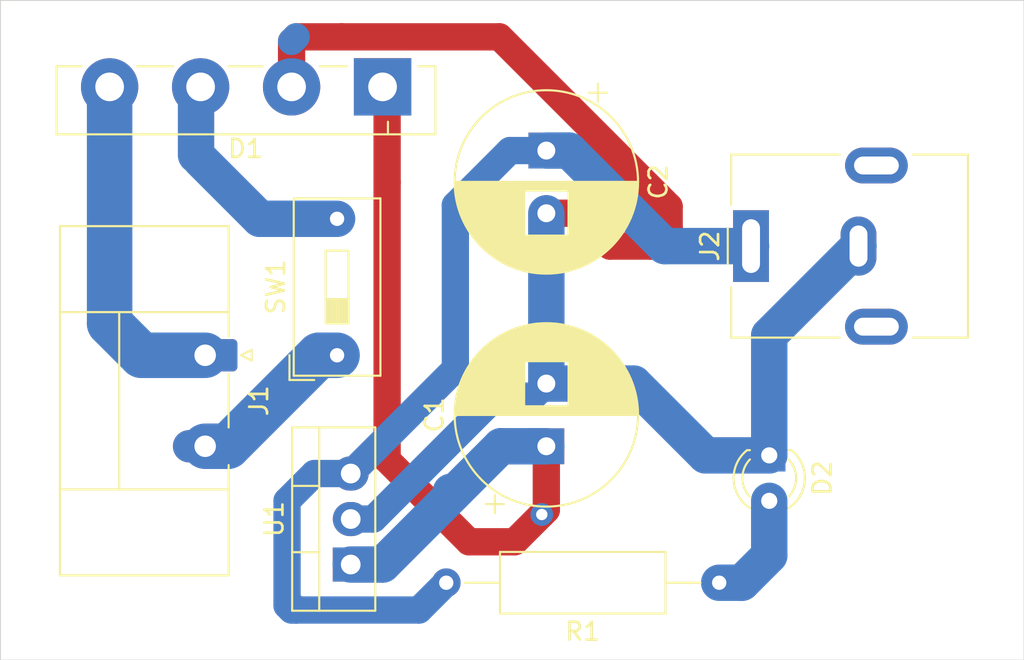
<source format=kicad_pcb>
(kicad_pcb (version 20171130) (host pcbnew "(5.1.10)-1")

  (general
    (thickness 1.6)
    (drawings 4)
    (tracks 61)
    (zones 0)
    (modules 9)
    (nets 8)
  )

  (page A4)
  (title_block
    (title "Power Supply Layout")
    (date 2021-10-24)
    (rev V1)
  )

  (layers
    (0 F.Cu signal)
    (31 B.Cu signal)
    (32 B.Adhes user)
    (33 F.Adhes user)
    (34 B.Paste user)
    (35 F.Paste user)
    (36 B.SilkS user)
    (37 F.SilkS user)
    (38 B.Mask user)
    (39 F.Mask user)
    (40 Dwgs.User user)
    (41 Cmts.User user)
    (42 Eco1.User user)
    (43 Eco2.User user)
    (44 Edge.Cuts user)
    (45 Margin user)
    (46 B.CrtYd user)
    (47 F.CrtYd user)
    (48 B.Fab user)
    (49 F.Fab user)
  )

  (setup
    (last_trace_width 1.524)
    (user_trace_width 1.524)
    (user_trace_width 2.032)
    (user_trace_width 2.54)
    (trace_clearance 0.2)
    (zone_clearance 0.508)
    (zone_45_only no)
    (trace_min 0.2)
    (via_size 0.8)
    (via_drill 0.4)
    (via_min_size 0.4)
    (via_min_drill 0.3)
    (user_via 1.27 0.635)
    (uvia_size 0.3)
    (uvia_drill 0.1)
    (uvias_allowed no)
    (uvia_min_size 0.2)
    (uvia_min_drill 0.1)
    (edge_width 0.05)
    (segment_width 0.2)
    (pcb_text_width 0.3)
    (pcb_text_size 1.5 1.5)
    (mod_edge_width 0.12)
    (mod_text_size 1 1)
    (mod_text_width 0.15)
    (pad_size 1.524 1.524)
    (pad_drill 0.762)
    (pad_to_mask_clearance 0)
    (aux_axis_origin 0 0)
    (visible_elements FFFFFF7F)
    (pcbplotparams
      (layerselection 0x010fc_ffffffff)
      (usegerberextensions false)
      (usegerberattributes true)
      (usegerberadvancedattributes true)
      (creategerberjobfile true)
      (excludeedgelayer true)
      (linewidth 0.100000)
      (plotframeref false)
      (viasonmask false)
      (mode 1)
      (useauxorigin false)
      (hpglpennumber 1)
      (hpglpenspeed 20)
      (hpglpendiameter 15.000000)
      (psnegative false)
      (psa4output false)
      (plotreference true)
      (plotvalue true)
      (plotinvisibletext false)
      (padsonsilk false)
      (subtractmaskfromsilk false)
      (outputformat 1)
      (mirror false)
      (drillshape 1)
      (scaleselection 1)
      (outputdirectory ""))
  )

  (net 0 "")
  (net 1 "Net-(C1-Pad1)")
  (net 2 GND)
  (net 3 "Net-(C2-Pad1)")
  (net 4 "Net-(D1-Pad4)")
  (net 5 "Net-(D1-Pad3)")
  (net 6 "Net-(D2-Pad2)")
  (net 7 "Net-(J1-Pad2)")

  (net_class Default "This is the default net class."
    (clearance 0.2)
    (trace_width 0.25)
    (via_dia 0.8)
    (via_drill 0.4)
    (uvia_dia 0.3)
    (uvia_drill 0.1)
    (add_net GND)
    (add_net "Net-(C1-Pad1)")
    (add_net "Net-(C2-Pad1)")
    (add_net "Net-(D1-Pad3)")
    (add_net "Net-(D1-Pad4)")
    (add_net "Net-(D2-Pad2)")
    (add_net "Net-(J1-Pad2)")
  )

  (module Capacitor_THT:CP_Radial_D10.0mm_P3.50mm (layer F.Cu) (tedit 5AE50EF0) (tstamp 6174A25D)
    (at 151.13 118.872 90)
    (descr "CP, Radial series, Radial, pin pitch=3.50mm, , diameter=10mm, Electrolytic Capacitor")
    (tags "CP Radial series Radial pin pitch 3.50mm  diameter 10mm Electrolytic Capacitor")
    (path /6174430C)
    (fp_text reference C1 (at 1.75 -6.25 90) (layer F.SilkS)
      (effects (font (size 1 1) (thickness 0.15)))
    )
    (fp_text value 1000uf/25v (at 1.75 6.25 90) (layer F.Fab)
      (effects (font (size 1 1) (thickness 0.15)))
    )
    (fp_line (start -3.229646 -3.375) (end -3.229646 -2.375) (layer F.SilkS) (width 0.12))
    (fp_line (start -3.729646 -2.875) (end -2.729646 -2.875) (layer F.SilkS) (width 0.12))
    (fp_line (start 6.831 -0.599) (end 6.831 0.599) (layer F.SilkS) (width 0.12))
    (fp_line (start 6.791 -0.862) (end 6.791 0.862) (layer F.SilkS) (width 0.12))
    (fp_line (start 6.751 -1.062) (end 6.751 1.062) (layer F.SilkS) (width 0.12))
    (fp_line (start 6.711 -1.23) (end 6.711 1.23) (layer F.SilkS) (width 0.12))
    (fp_line (start 6.671 -1.378) (end 6.671 1.378) (layer F.SilkS) (width 0.12))
    (fp_line (start 6.631 -1.51) (end 6.631 1.51) (layer F.SilkS) (width 0.12))
    (fp_line (start 6.591 -1.63) (end 6.591 1.63) (layer F.SilkS) (width 0.12))
    (fp_line (start 6.551 -1.742) (end 6.551 1.742) (layer F.SilkS) (width 0.12))
    (fp_line (start 6.511 -1.846) (end 6.511 1.846) (layer F.SilkS) (width 0.12))
    (fp_line (start 6.471 -1.944) (end 6.471 1.944) (layer F.SilkS) (width 0.12))
    (fp_line (start 6.431 -2.037) (end 6.431 2.037) (layer F.SilkS) (width 0.12))
    (fp_line (start 6.391 -2.125) (end 6.391 2.125) (layer F.SilkS) (width 0.12))
    (fp_line (start 6.351 -2.209) (end 6.351 2.209) (layer F.SilkS) (width 0.12))
    (fp_line (start 6.311 -2.289) (end 6.311 2.289) (layer F.SilkS) (width 0.12))
    (fp_line (start 6.271 -2.365) (end 6.271 2.365) (layer F.SilkS) (width 0.12))
    (fp_line (start 6.231 -2.439) (end 6.231 2.439) (layer F.SilkS) (width 0.12))
    (fp_line (start 6.191 -2.51) (end 6.191 2.51) (layer F.SilkS) (width 0.12))
    (fp_line (start 6.151 -2.579) (end 6.151 2.579) (layer F.SilkS) (width 0.12))
    (fp_line (start 6.111 -2.645) (end 6.111 2.645) (layer F.SilkS) (width 0.12))
    (fp_line (start 6.071 -2.709) (end 6.071 2.709) (layer F.SilkS) (width 0.12))
    (fp_line (start 6.031 -2.77) (end 6.031 2.77) (layer F.SilkS) (width 0.12))
    (fp_line (start 5.991 -2.83) (end 5.991 2.83) (layer F.SilkS) (width 0.12))
    (fp_line (start 5.951 -2.889) (end 5.951 2.889) (layer F.SilkS) (width 0.12))
    (fp_line (start 5.911 -2.945) (end 5.911 2.945) (layer F.SilkS) (width 0.12))
    (fp_line (start 5.871 -3) (end 5.871 3) (layer F.SilkS) (width 0.12))
    (fp_line (start 5.831 -3.054) (end 5.831 3.054) (layer F.SilkS) (width 0.12))
    (fp_line (start 5.791 -3.106) (end 5.791 3.106) (layer F.SilkS) (width 0.12))
    (fp_line (start 5.751 -3.156) (end 5.751 3.156) (layer F.SilkS) (width 0.12))
    (fp_line (start 5.711 -3.206) (end 5.711 3.206) (layer F.SilkS) (width 0.12))
    (fp_line (start 5.671 -3.254) (end 5.671 3.254) (layer F.SilkS) (width 0.12))
    (fp_line (start 5.631 -3.301) (end 5.631 3.301) (layer F.SilkS) (width 0.12))
    (fp_line (start 5.591 -3.347) (end 5.591 3.347) (layer F.SilkS) (width 0.12))
    (fp_line (start 5.551 -3.392) (end 5.551 3.392) (layer F.SilkS) (width 0.12))
    (fp_line (start 5.511 -3.436) (end 5.511 3.436) (layer F.SilkS) (width 0.12))
    (fp_line (start 5.471 -3.478) (end 5.471 3.478) (layer F.SilkS) (width 0.12))
    (fp_line (start 5.431 -3.52) (end 5.431 3.52) (layer F.SilkS) (width 0.12))
    (fp_line (start 5.391 -3.561) (end 5.391 3.561) (layer F.SilkS) (width 0.12))
    (fp_line (start 5.351 -3.601) (end 5.351 3.601) (layer F.SilkS) (width 0.12))
    (fp_line (start 5.311 -3.64) (end 5.311 3.64) (layer F.SilkS) (width 0.12))
    (fp_line (start 5.271 -3.679) (end 5.271 3.679) (layer F.SilkS) (width 0.12))
    (fp_line (start 5.231 -3.716) (end 5.231 3.716) (layer F.SilkS) (width 0.12))
    (fp_line (start 5.191 -3.753) (end 5.191 3.753) (layer F.SilkS) (width 0.12))
    (fp_line (start 5.151 -3.789) (end 5.151 3.789) (layer F.SilkS) (width 0.12))
    (fp_line (start 5.111 -3.824) (end 5.111 3.824) (layer F.SilkS) (width 0.12))
    (fp_line (start 5.071 -3.858) (end 5.071 3.858) (layer F.SilkS) (width 0.12))
    (fp_line (start 5.031 -3.892) (end 5.031 3.892) (layer F.SilkS) (width 0.12))
    (fp_line (start 4.991 -3.925) (end 4.991 3.925) (layer F.SilkS) (width 0.12))
    (fp_line (start 4.951 -3.957) (end 4.951 3.957) (layer F.SilkS) (width 0.12))
    (fp_line (start 4.911 -3.989) (end 4.911 3.989) (layer F.SilkS) (width 0.12))
    (fp_line (start 4.871 -4.02) (end 4.871 4.02) (layer F.SilkS) (width 0.12))
    (fp_line (start 4.831 -4.05) (end 4.831 4.05) (layer F.SilkS) (width 0.12))
    (fp_line (start 4.791 -4.08) (end 4.791 4.08) (layer F.SilkS) (width 0.12))
    (fp_line (start 4.751 -4.11) (end 4.751 4.11) (layer F.SilkS) (width 0.12))
    (fp_line (start 4.711 1.241) (end 4.711 4.138) (layer F.SilkS) (width 0.12))
    (fp_line (start 4.711 -4.138) (end 4.711 -1.241) (layer F.SilkS) (width 0.12))
    (fp_line (start 4.671 1.241) (end 4.671 4.166) (layer F.SilkS) (width 0.12))
    (fp_line (start 4.671 -4.166) (end 4.671 -1.241) (layer F.SilkS) (width 0.12))
    (fp_line (start 4.631 1.241) (end 4.631 4.194) (layer F.SilkS) (width 0.12))
    (fp_line (start 4.631 -4.194) (end 4.631 -1.241) (layer F.SilkS) (width 0.12))
    (fp_line (start 4.591 1.241) (end 4.591 4.221) (layer F.SilkS) (width 0.12))
    (fp_line (start 4.591 -4.221) (end 4.591 -1.241) (layer F.SilkS) (width 0.12))
    (fp_line (start 4.551 1.241) (end 4.551 4.247) (layer F.SilkS) (width 0.12))
    (fp_line (start 4.551 -4.247) (end 4.551 -1.241) (layer F.SilkS) (width 0.12))
    (fp_line (start 4.511 1.241) (end 4.511 4.273) (layer F.SilkS) (width 0.12))
    (fp_line (start 4.511 -4.273) (end 4.511 -1.241) (layer F.SilkS) (width 0.12))
    (fp_line (start 4.471 1.241) (end 4.471 4.298) (layer F.SilkS) (width 0.12))
    (fp_line (start 4.471 -4.298) (end 4.471 -1.241) (layer F.SilkS) (width 0.12))
    (fp_line (start 4.431 1.241) (end 4.431 4.323) (layer F.SilkS) (width 0.12))
    (fp_line (start 4.431 -4.323) (end 4.431 -1.241) (layer F.SilkS) (width 0.12))
    (fp_line (start 4.391 1.241) (end 4.391 4.347) (layer F.SilkS) (width 0.12))
    (fp_line (start 4.391 -4.347) (end 4.391 -1.241) (layer F.SilkS) (width 0.12))
    (fp_line (start 4.351 1.241) (end 4.351 4.371) (layer F.SilkS) (width 0.12))
    (fp_line (start 4.351 -4.371) (end 4.351 -1.241) (layer F.SilkS) (width 0.12))
    (fp_line (start 4.311 1.241) (end 4.311 4.395) (layer F.SilkS) (width 0.12))
    (fp_line (start 4.311 -4.395) (end 4.311 -1.241) (layer F.SilkS) (width 0.12))
    (fp_line (start 4.271 1.241) (end 4.271 4.417) (layer F.SilkS) (width 0.12))
    (fp_line (start 4.271 -4.417) (end 4.271 -1.241) (layer F.SilkS) (width 0.12))
    (fp_line (start 4.231 1.241) (end 4.231 4.44) (layer F.SilkS) (width 0.12))
    (fp_line (start 4.231 -4.44) (end 4.231 -1.241) (layer F.SilkS) (width 0.12))
    (fp_line (start 4.191 1.241) (end 4.191 4.462) (layer F.SilkS) (width 0.12))
    (fp_line (start 4.191 -4.462) (end 4.191 -1.241) (layer F.SilkS) (width 0.12))
    (fp_line (start 4.151 1.241) (end 4.151 4.483) (layer F.SilkS) (width 0.12))
    (fp_line (start 4.151 -4.483) (end 4.151 -1.241) (layer F.SilkS) (width 0.12))
    (fp_line (start 4.111 1.241) (end 4.111 4.504) (layer F.SilkS) (width 0.12))
    (fp_line (start 4.111 -4.504) (end 4.111 -1.241) (layer F.SilkS) (width 0.12))
    (fp_line (start 4.071 1.241) (end 4.071 4.525) (layer F.SilkS) (width 0.12))
    (fp_line (start 4.071 -4.525) (end 4.071 -1.241) (layer F.SilkS) (width 0.12))
    (fp_line (start 4.031 1.241) (end 4.031 4.545) (layer F.SilkS) (width 0.12))
    (fp_line (start 4.031 -4.545) (end 4.031 -1.241) (layer F.SilkS) (width 0.12))
    (fp_line (start 3.991 1.241) (end 3.991 4.564) (layer F.SilkS) (width 0.12))
    (fp_line (start 3.991 -4.564) (end 3.991 -1.241) (layer F.SilkS) (width 0.12))
    (fp_line (start 3.951 1.241) (end 3.951 4.584) (layer F.SilkS) (width 0.12))
    (fp_line (start 3.951 -4.584) (end 3.951 -1.241) (layer F.SilkS) (width 0.12))
    (fp_line (start 3.911 1.241) (end 3.911 4.603) (layer F.SilkS) (width 0.12))
    (fp_line (start 3.911 -4.603) (end 3.911 -1.241) (layer F.SilkS) (width 0.12))
    (fp_line (start 3.871 1.241) (end 3.871 4.621) (layer F.SilkS) (width 0.12))
    (fp_line (start 3.871 -4.621) (end 3.871 -1.241) (layer F.SilkS) (width 0.12))
    (fp_line (start 3.831 1.241) (end 3.831 4.639) (layer F.SilkS) (width 0.12))
    (fp_line (start 3.831 -4.639) (end 3.831 -1.241) (layer F.SilkS) (width 0.12))
    (fp_line (start 3.791 1.241) (end 3.791 4.657) (layer F.SilkS) (width 0.12))
    (fp_line (start 3.791 -4.657) (end 3.791 -1.241) (layer F.SilkS) (width 0.12))
    (fp_line (start 3.751 1.241) (end 3.751 4.674) (layer F.SilkS) (width 0.12))
    (fp_line (start 3.751 -4.674) (end 3.751 -1.241) (layer F.SilkS) (width 0.12))
    (fp_line (start 3.711 1.241) (end 3.711 4.69) (layer F.SilkS) (width 0.12))
    (fp_line (start 3.711 -4.69) (end 3.711 -1.241) (layer F.SilkS) (width 0.12))
    (fp_line (start 3.671 1.241) (end 3.671 4.707) (layer F.SilkS) (width 0.12))
    (fp_line (start 3.671 -4.707) (end 3.671 -1.241) (layer F.SilkS) (width 0.12))
    (fp_line (start 3.631 1.241) (end 3.631 4.723) (layer F.SilkS) (width 0.12))
    (fp_line (start 3.631 -4.723) (end 3.631 -1.241) (layer F.SilkS) (width 0.12))
    (fp_line (start 3.591 1.241) (end 3.591 4.738) (layer F.SilkS) (width 0.12))
    (fp_line (start 3.591 -4.738) (end 3.591 -1.241) (layer F.SilkS) (width 0.12))
    (fp_line (start 3.551 1.241) (end 3.551 4.754) (layer F.SilkS) (width 0.12))
    (fp_line (start 3.551 -4.754) (end 3.551 -1.241) (layer F.SilkS) (width 0.12))
    (fp_line (start 3.511 1.241) (end 3.511 4.768) (layer F.SilkS) (width 0.12))
    (fp_line (start 3.511 -4.768) (end 3.511 -1.241) (layer F.SilkS) (width 0.12))
    (fp_line (start 3.471 1.241) (end 3.471 4.783) (layer F.SilkS) (width 0.12))
    (fp_line (start 3.471 -4.783) (end 3.471 -1.241) (layer F.SilkS) (width 0.12))
    (fp_line (start 3.431 1.241) (end 3.431 4.797) (layer F.SilkS) (width 0.12))
    (fp_line (start 3.431 -4.797) (end 3.431 -1.241) (layer F.SilkS) (width 0.12))
    (fp_line (start 3.391 1.241) (end 3.391 4.811) (layer F.SilkS) (width 0.12))
    (fp_line (start 3.391 -4.811) (end 3.391 -1.241) (layer F.SilkS) (width 0.12))
    (fp_line (start 3.351 1.241) (end 3.351 4.824) (layer F.SilkS) (width 0.12))
    (fp_line (start 3.351 -4.824) (end 3.351 -1.241) (layer F.SilkS) (width 0.12))
    (fp_line (start 3.311 1.241) (end 3.311 4.837) (layer F.SilkS) (width 0.12))
    (fp_line (start 3.311 -4.837) (end 3.311 -1.241) (layer F.SilkS) (width 0.12))
    (fp_line (start 3.271 1.241) (end 3.271 4.85) (layer F.SilkS) (width 0.12))
    (fp_line (start 3.271 -4.85) (end 3.271 -1.241) (layer F.SilkS) (width 0.12))
    (fp_line (start 3.231 1.241) (end 3.231 4.862) (layer F.SilkS) (width 0.12))
    (fp_line (start 3.231 -4.862) (end 3.231 -1.241) (layer F.SilkS) (width 0.12))
    (fp_line (start 3.191 1.241) (end 3.191 4.874) (layer F.SilkS) (width 0.12))
    (fp_line (start 3.191 -4.874) (end 3.191 -1.241) (layer F.SilkS) (width 0.12))
    (fp_line (start 3.151 1.241) (end 3.151 4.885) (layer F.SilkS) (width 0.12))
    (fp_line (start 3.151 -4.885) (end 3.151 -1.241) (layer F.SilkS) (width 0.12))
    (fp_line (start 3.111 1.241) (end 3.111 4.897) (layer F.SilkS) (width 0.12))
    (fp_line (start 3.111 -4.897) (end 3.111 -1.241) (layer F.SilkS) (width 0.12))
    (fp_line (start 3.071 1.241) (end 3.071 4.907) (layer F.SilkS) (width 0.12))
    (fp_line (start 3.071 -4.907) (end 3.071 -1.241) (layer F.SilkS) (width 0.12))
    (fp_line (start 3.031 1.241) (end 3.031 4.918) (layer F.SilkS) (width 0.12))
    (fp_line (start 3.031 -4.918) (end 3.031 -1.241) (layer F.SilkS) (width 0.12))
    (fp_line (start 2.991 1.241) (end 2.991 4.928) (layer F.SilkS) (width 0.12))
    (fp_line (start 2.991 -4.928) (end 2.991 -1.241) (layer F.SilkS) (width 0.12))
    (fp_line (start 2.951 1.241) (end 2.951 4.938) (layer F.SilkS) (width 0.12))
    (fp_line (start 2.951 -4.938) (end 2.951 -1.241) (layer F.SilkS) (width 0.12))
    (fp_line (start 2.911 1.241) (end 2.911 4.947) (layer F.SilkS) (width 0.12))
    (fp_line (start 2.911 -4.947) (end 2.911 -1.241) (layer F.SilkS) (width 0.12))
    (fp_line (start 2.871 1.241) (end 2.871 4.956) (layer F.SilkS) (width 0.12))
    (fp_line (start 2.871 -4.956) (end 2.871 -1.241) (layer F.SilkS) (width 0.12))
    (fp_line (start 2.831 1.241) (end 2.831 4.965) (layer F.SilkS) (width 0.12))
    (fp_line (start 2.831 -4.965) (end 2.831 -1.241) (layer F.SilkS) (width 0.12))
    (fp_line (start 2.791 1.241) (end 2.791 4.974) (layer F.SilkS) (width 0.12))
    (fp_line (start 2.791 -4.974) (end 2.791 -1.241) (layer F.SilkS) (width 0.12))
    (fp_line (start 2.751 1.241) (end 2.751 4.982) (layer F.SilkS) (width 0.12))
    (fp_line (start 2.751 -4.982) (end 2.751 -1.241) (layer F.SilkS) (width 0.12))
    (fp_line (start 2.711 1.241) (end 2.711 4.99) (layer F.SilkS) (width 0.12))
    (fp_line (start 2.711 -4.99) (end 2.711 -1.241) (layer F.SilkS) (width 0.12))
    (fp_line (start 2.671 1.241) (end 2.671 4.997) (layer F.SilkS) (width 0.12))
    (fp_line (start 2.671 -4.997) (end 2.671 -1.241) (layer F.SilkS) (width 0.12))
    (fp_line (start 2.631 1.241) (end 2.631 5.004) (layer F.SilkS) (width 0.12))
    (fp_line (start 2.631 -5.004) (end 2.631 -1.241) (layer F.SilkS) (width 0.12))
    (fp_line (start 2.591 1.241) (end 2.591 5.011) (layer F.SilkS) (width 0.12))
    (fp_line (start 2.591 -5.011) (end 2.591 -1.241) (layer F.SilkS) (width 0.12))
    (fp_line (start 2.551 1.241) (end 2.551 5.018) (layer F.SilkS) (width 0.12))
    (fp_line (start 2.551 -5.018) (end 2.551 -1.241) (layer F.SilkS) (width 0.12))
    (fp_line (start 2.511 1.241) (end 2.511 5.024) (layer F.SilkS) (width 0.12))
    (fp_line (start 2.511 -5.024) (end 2.511 -1.241) (layer F.SilkS) (width 0.12))
    (fp_line (start 2.471 1.241) (end 2.471 5.03) (layer F.SilkS) (width 0.12))
    (fp_line (start 2.471 -5.03) (end 2.471 -1.241) (layer F.SilkS) (width 0.12))
    (fp_line (start 2.43 1.241) (end 2.43 5.035) (layer F.SilkS) (width 0.12))
    (fp_line (start 2.43 -5.035) (end 2.43 -1.241) (layer F.SilkS) (width 0.12))
    (fp_line (start 2.39 1.241) (end 2.39 5.04) (layer F.SilkS) (width 0.12))
    (fp_line (start 2.39 -5.04) (end 2.39 -1.241) (layer F.SilkS) (width 0.12))
    (fp_line (start 2.35 1.241) (end 2.35 5.045) (layer F.SilkS) (width 0.12))
    (fp_line (start 2.35 -5.045) (end 2.35 -1.241) (layer F.SilkS) (width 0.12))
    (fp_line (start 2.31 1.241) (end 2.31 5.05) (layer F.SilkS) (width 0.12))
    (fp_line (start 2.31 -5.05) (end 2.31 -1.241) (layer F.SilkS) (width 0.12))
    (fp_line (start 2.27 1.241) (end 2.27 5.054) (layer F.SilkS) (width 0.12))
    (fp_line (start 2.27 -5.054) (end 2.27 -1.241) (layer F.SilkS) (width 0.12))
    (fp_line (start 2.23 -5.058) (end 2.23 5.058) (layer F.SilkS) (width 0.12))
    (fp_line (start 2.19 -5.062) (end 2.19 5.062) (layer F.SilkS) (width 0.12))
    (fp_line (start 2.15 -5.065) (end 2.15 5.065) (layer F.SilkS) (width 0.12))
    (fp_line (start 2.11 -5.068) (end 2.11 5.068) (layer F.SilkS) (width 0.12))
    (fp_line (start 2.07 -5.07) (end 2.07 5.07) (layer F.SilkS) (width 0.12))
    (fp_line (start 2.03 -5.073) (end 2.03 5.073) (layer F.SilkS) (width 0.12))
    (fp_line (start 1.99 -5.075) (end 1.99 5.075) (layer F.SilkS) (width 0.12))
    (fp_line (start 1.95 -5.077) (end 1.95 5.077) (layer F.SilkS) (width 0.12))
    (fp_line (start 1.91 -5.078) (end 1.91 5.078) (layer F.SilkS) (width 0.12))
    (fp_line (start 1.87 -5.079) (end 1.87 5.079) (layer F.SilkS) (width 0.12))
    (fp_line (start 1.83 -5.08) (end 1.83 5.08) (layer F.SilkS) (width 0.12))
    (fp_line (start 1.79 -5.08) (end 1.79 5.08) (layer F.SilkS) (width 0.12))
    (fp_line (start 1.75 -5.08) (end 1.75 5.08) (layer F.SilkS) (width 0.12))
    (fp_line (start -2.038861 -2.6875) (end -2.038861 -1.6875) (layer F.Fab) (width 0.1))
    (fp_line (start -2.538861 -2.1875) (end -1.538861 -2.1875) (layer F.Fab) (width 0.1))
    (fp_circle (center 1.75 0) (end 7 0) (layer F.CrtYd) (width 0.05))
    (fp_circle (center 1.75 0) (end 6.87 0) (layer F.SilkS) (width 0.12))
    (fp_circle (center 1.75 0) (end 6.75 0) (layer F.Fab) (width 0.1))
    (fp_text user %R (at 1.75 0 90) (layer F.Fab)
      (effects (font (size 1 1) (thickness 0.15)))
    )
    (pad 1 thru_hole rect (at 0 0 90) (size 2 2) (drill 1) (layers *.Cu *.Mask)
      (net 1 "Net-(C1-Pad1)"))
    (pad 2 thru_hole circle (at 3.5 0 90) (size 2 2) (drill 1) (layers *.Cu *.Mask)
      (net 2 GND))
    (model ${KISYS3DMOD}/Capacitor_THT.3dshapes/CP_Radial_D10.0mm_P3.50mm.wrl
      (at (xyz 0 0 0))
      (scale (xyz 1 1 1))
      (rotate (xyz 0 0 0))
    )
  )

  (module Capacitor_THT:CP_Radial_D10.0mm_P3.50mm (layer F.Cu) (tedit 5AE50EF0) (tstamp 6174A329)
    (at 151.13 102.362 270)
    (descr "CP, Radial series, Radial, pin pitch=3.50mm, , diameter=10mm, Electrolytic Capacitor")
    (tags "CP Radial series Radial pin pitch 3.50mm  diameter 10mm Electrolytic Capacitor")
    (path /6174A0B3)
    (fp_text reference C2 (at 1.75 -6.25 90) (layer F.SilkS)
      (effects (font (size 1 1) (thickness 0.15)))
    )
    (fp_text value 1000uf/25v (at -2.794 -8.89 180) (layer F.Fab)
      (effects (font (size 1 1) (thickness 0.15)))
    )
    (fp_text user %R (at 1.75 0 90) (layer F.Fab)
      (effects (font (size 1 1) (thickness 0.15)))
    )
    (fp_circle (center 1.75 0) (end 6.75 0) (layer F.Fab) (width 0.1))
    (fp_circle (center 1.75 0) (end 6.87 0) (layer F.SilkS) (width 0.12))
    (fp_circle (center 1.75 0) (end 7 0) (layer F.CrtYd) (width 0.05))
    (fp_line (start -2.538861 -2.1875) (end -1.538861 -2.1875) (layer F.Fab) (width 0.1))
    (fp_line (start -2.038861 -2.6875) (end -2.038861 -1.6875) (layer F.Fab) (width 0.1))
    (fp_line (start 1.75 -5.08) (end 1.75 5.08) (layer F.SilkS) (width 0.12))
    (fp_line (start 1.79 -5.08) (end 1.79 5.08) (layer F.SilkS) (width 0.12))
    (fp_line (start 1.83 -5.08) (end 1.83 5.08) (layer F.SilkS) (width 0.12))
    (fp_line (start 1.87 -5.079) (end 1.87 5.079) (layer F.SilkS) (width 0.12))
    (fp_line (start 1.91 -5.078) (end 1.91 5.078) (layer F.SilkS) (width 0.12))
    (fp_line (start 1.95 -5.077) (end 1.95 5.077) (layer F.SilkS) (width 0.12))
    (fp_line (start 1.99 -5.075) (end 1.99 5.075) (layer F.SilkS) (width 0.12))
    (fp_line (start 2.03 -5.073) (end 2.03 5.073) (layer F.SilkS) (width 0.12))
    (fp_line (start 2.07 -5.07) (end 2.07 5.07) (layer F.SilkS) (width 0.12))
    (fp_line (start 2.11 -5.068) (end 2.11 5.068) (layer F.SilkS) (width 0.12))
    (fp_line (start 2.15 -5.065) (end 2.15 5.065) (layer F.SilkS) (width 0.12))
    (fp_line (start 2.19 -5.062) (end 2.19 5.062) (layer F.SilkS) (width 0.12))
    (fp_line (start 2.23 -5.058) (end 2.23 5.058) (layer F.SilkS) (width 0.12))
    (fp_line (start 2.27 -5.054) (end 2.27 -1.241) (layer F.SilkS) (width 0.12))
    (fp_line (start 2.27 1.241) (end 2.27 5.054) (layer F.SilkS) (width 0.12))
    (fp_line (start 2.31 -5.05) (end 2.31 -1.241) (layer F.SilkS) (width 0.12))
    (fp_line (start 2.31 1.241) (end 2.31 5.05) (layer F.SilkS) (width 0.12))
    (fp_line (start 2.35 -5.045) (end 2.35 -1.241) (layer F.SilkS) (width 0.12))
    (fp_line (start 2.35 1.241) (end 2.35 5.045) (layer F.SilkS) (width 0.12))
    (fp_line (start 2.39 -5.04) (end 2.39 -1.241) (layer F.SilkS) (width 0.12))
    (fp_line (start 2.39 1.241) (end 2.39 5.04) (layer F.SilkS) (width 0.12))
    (fp_line (start 2.43 -5.035) (end 2.43 -1.241) (layer F.SilkS) (width 0.12))
    (fp_line (start 2.43 1.241) (end 2.43 5.035) (layer F.SilkS) (width 0.12))
    (fp_line (start 2.471 -5.03) (end 2.471 -1.241) (layer F.SilkS) (width 0.12))
    (fp_line (start 2.471 1.241) (end 2.471 5.03) (layer F.SilkS) (width 0.12))
    (fp_line (start 2.511 -5.024) (end 2.511 -1.241) (layer F.SilkS) (width 0.12))
    (fp_line (start 2.511 1.241) (end 2.511 5.024) (layer F.SilkS) (width 0.12))
    (fp_line (start 2.551 -5.018) (end 2.551 -1.241) (layer F.SilkS) (width 0.12))
    (fp_line (start 2.551 1.241) (end 2.551 5.018) (layer F.SilkS) (width 0.12))
    (fp_line (start 2.591 -5.011) (end 2.591 -1.241) (layer F.SilkS) (width 0.12))
    (fp_line (start 2.591 1.241) (end 2.591 5.011) (layer F.SilkS) (width 0.12))
    (fp_line (start 2.631 -5.004) (end 2.631 -1.241) (layer F.SilkS) (width 0.12))
    (fp_line (start 2.631 1.241) (end 2.631 5.004) (layer F.SilkS) (width 0.12))
    (fp_line (start 2.671 -4.997) (end 2.671 -1.241) (layer F.SilkS) (width 0.12))
    (fp_line (start 2.671 1.241) (end 2.671 4.997) (layer F.SilkS) (width 0.12))
    (fp_line (start 2.711 -4.99) (end 2.711 -1.241) (layer F.SilkS) (width 0.12))
    (fp_line (start 2.711 1.241) (end 2.711 4.99) (layer F.SilkS) (width 0.12))
    (fp_line (start 2.751 -4.982) (end 2.751 -1.241) (layer F.SilkS) (width 0.12))
    (fp_line (start 2.751 1.241) (end 2.751 4.982) (layer F.SilkS) (width 0.12))
    (fp_line (start 2.791 -4.974) (end 2.791 -1.241) (layer F.SilkS) (width 0.12))
    (fp_line (start 2.791 1.241) (end 2.791 4.974) (layer F.SilkS) (width 0.12))
    (fp_line (start 2.831 -4.965) (end 2.831 -1.241) (layer F.SilkS) (width 0.12))
    (fp_line (start 2.831 1.241) (end 2.831 4.965) (layer F.SilkS) (width 0.12))
    (fp_line (start 2.871 -4.956) (end 2.871 -1.241) (layer F.SilkS) (width 0.12))
    (fp_line (start 2.871 1.241) (end 2.871 4.956) (layer F.SilkS) (width 0.12))
    (fp_line (start 2.911 -4.947) (end 2.911 -1.241) (layer F.SilkS) (width 0.12))
    (fp_line (start 2.911 1.241) (end 2.911 4.947) (layer F.SilkS) (width 0.12))
    (fp_line (start 2.951 -4.938) (end 2.951 -1.241) (layer F.SilkS) (width 0.12))
    (fp_line (start 2.951 1.241) (end 2.951 4.938) (layer F.SilkS) (width 0.12))
    (fp_line (start 2.991 -4.928) (end 2.991 -1.241) (layer F.SilkS) (width 0.12))
    (fp_line (start 2.991 1.241) (end 2.991 4.928) (layer F.SilkS) (width 0.12))
    (fp_line (start 3.031 -4.918) (end 3.031 -1.241) (layer F.SilkS) (width 0.12))
    (fp_line (start 3.031 1.241) (end 3.031 4.918) (layer F.SilkS) (width 0.12))
    (fp_line (start 3.071 -4.907) (end 3.071 -1.241) (layer F.SilkS) (width 0.12))
    (fp_line (start 3.071 1.241) (end 3.071 4.907) (layer F.SilkS) (width 0.12))
    (fp_line (start 3.111 -4.897) (end 3.111 -1.241) (layer F.SilkS) (width 0.12))
    (fp_line (start 3.111 1.241) (end 3.111 4.897) (layer F.SilkS) (width 0.12))
    (fp_line (start 3.151 -4.885) (end 3.151 -1.241) (layer F.SilkS) (width 0.12))
    (fp_line (start 3.151 1.241) (end 3.151 4.885) (layer F.SilkS) (width 0.12))
    (fp_line (start 3.191 -4.874) (end 3.191 -1.241) (layer F.SilkS) (width 0.12))
    (fp_line (start 3.191 1.241) (end 3.191 4.874) (layer F.SilkS) (width 0.12))
    (fp_line (start 3.231 -4.862) (end 3.231 -1.241) (layer F.SilkS) (width 0.12))
    (fp_line (start 3.231 1.241) (end 3.231 4.862) (layer F.SilkS) (width 0.12))
    (fp_line (start 3.271 -4.85) (end 3.271 -1.241) (layer F.SilkS) (width 0.12))
    (fp_line (start 3.271 1.241) (end 3.271 4.85) (layer F.SilkS) (width 0.12))
    (fp_line (start 3.311 -4.837) (end 3.311 -1.241) (layer F.SilkS) (width 0.12))
    (fp_line (start 3.311 1.241) (end 3.311 4.837) (layer F.SilkS) (width 0.12))
    (fp_line (start 3.351 -4.824) (end 3.351 -1.241) (layer F.SilkS) (width 0.12))
    (fp_line (start 3.351 1.241) (end 3.351 4.824) (layer F.SilkS) (width 0.12))
    (fp_line (start 3.391 -4.811) (end 3.391 -1.241) (layer F.SilkS) (width 0.12))
    (fp_line (start 3.391 1.241) (end 3.391 4.811) (layer F.SilkS) (width 0.12))
    (fp_line (start 3.431 -4.797) (end 3.431 -1.241) (layer F.SilkS) (width 0.12))
    (fp_line (start 3.431 1.241) (end 3.431 4.797) (layer F.SilkS) (width 0.12))
    (fp_line (start 3.471 -4.783) (end 3.471 -1.241) (layer F.SilkS) (width 0.12))
    (fp_line (start 3.471 1.241) (end 3.471 4.783) (layer F.SilkS) (width 0.12))
    (fp_line (start 3.511 -4.768) (end 3.511 -1.241) (layer F.SilkS) (width 0.12))
    (fp_line (start 3.511 1.241) (end 3.511 4.768) (layer F.SilkS) (width 0.12))
    (fp_line (start 3.551 -4.754) (end 3.551 -1.241) (layer F.SilkS) (width 0.12))
    (fp_line (start 3.551 1.241) (end 3.551 4.754) (layer F.SilkS) (width 0.12))
    (fp_line (start 3.591 -4.738) (end 3.591 -1.241) (layer F.SilkS) (width 0.12))
    (fp_line (start 3.591 1.241) (end 3.591 4.738) (layer F.SilkS) (width 0.12))
    (fp_line (start 3.631 -4.723) (end 3.631 -1.241) (layer F.SilkS) (width 0.12))
    (fp_line (start 3.631 1.241) (end 3.631 4.723) (layer F.SilkS) (width 0.12))
    (fp_line (start 3.671 -4.707) (end 3.671 -1.241) (layer F.SilkS) (width 0.12))
    (fp_line (start 3.671 1.241) (end 3.671 4.707) (layer F.SilkS) (width 0.12))
    (fp_line (start 3.711 -4.69) (end 3.711 -1.241) (layer F.SilkS) (width 0.12))
    (fp_line (start 3.711 1.241) (end 3.711 4.69) (layer F.SilkS) (width 0.12))
    (fp_line (start 3.751 -4.674) (end 3.751 -1.241) (layer F.SilkS) (width 0.12))
    (fp_line (start 3.751 1.241) (end 3.751 4.674) (layer F.SilkS) (width 0.12))
    (fp_line (start 3.791 -4.657) (end 3.791 -1.241) (layer F.SilkS) (width 0.12))
    (fp_line (start 3.791 1.241) (end 3.791 4.657) (layer F.SilkS) (width 0.12))
    (fp_line (start 3.831 -4.639) (end 3.831 -1.241) (layer F.SilkS) (width 0.12))
    (fp_line (start 3.831 1.241) (end 3.831 4.639) (layer F.SilkS) (width 0.12))
    (fp_line (start 3.871 -4.621) (end 3.871 -1.241) (layer F.SilkS) (width 0.12))
    (fp_line (start 3.871 1.241) (end 3.871 4.621) (layer F.SilkS) (width 0.12))
    (fp_line (start 3.911 -4.603) (end 3.911 -1.241) (layer F.SilkS) (width 0.12))
    (fp_line (start 3.911 1.241) (end 3.911 4.603) (layer F.SilkS) (width 0.12))
    (fp_line (start 3.951 -4.584) (end 3.951 -1.241) (layer F.SilkS) (width 0.12))
    (fp_line (start 3.951 1.241) (end 3.951 4.584) (layer F.SilkS) (width 0.12))
    (fp_line (start 3.991 -4.564) (end 3.991 -1.241) (layer F.SilkS) (width 0.12))
    (fp_line (start 3.991 1.241) (end 3.991 4.564) (layer F.SilkS) (width 0.12))
    (fp_line (start 4.031 -4.545) (end 4.031 -1.241) (layer F.SilkS) (width 0.12))
    (fp_line (start 4.031 1.241) (end 4.031 4.545) (layer F.SilkS) (width 0.12))
    (fp_line (start 4.071 -4.525) (end 4.071 -1.241) (layer F.SilkS) (width 0.12))
    (fp_line (start 4.071 1.241) (end 4.071 4.525) (layer F.SilkS) (width 0.12))
    (fp_line (start 4.111 -4.504) (end 4.111 -1.241) (layer F.SilkS) (width 0.12))
    (fp_line (start 4.111 1.241) (end 4.111 4.504) (layer F.SilkS) (width 0.12))
    (fp_line (start 4.151 -4.483) (end 4.151 -1.241) (layer F.SilkS) (width 0.12))
    (fp_line (start 4.151 1.241) (end 4.151 4.483) (layer F.SilkS) (width 0.12))
    (fp_line (start 4.191 -4.462) (end 4.191 -1.241) (layer F.SilkS) (width 0.12))
    (fp_line (start 4.191 1.241) (end 4.191 4.462) (layer F.SilkS) (width 0.12))
    (fp_line (start 4.231 -4.44) (end 4.231 -1.241) (layer F.SilkS) (width 0.12))
    (fp_line (start 4.231 1.241) (end 4.231 4.44) (layer F.SilkS) (width 0.12))
    (fp_line (start 4.271 -4.417) (end 4.271 -1.241) (layer F.SilkS) (width 0.12))
    (fp_line (start 4.271 1.241) (end 4.271 4.417) (layer F.SilkS) (width 0.12))
    (fp_line (start 4.311 -4.395) (end 4.311 -1.241) (layer F.SilkS) (width 0.12))
    (fp_line (start 4.311 1.241) (end 4.311 4.395) (layer F.SilkS) (width 0.12))
    (fp_line (start 4.351 -4.371) (end 4.351 -1.241) (layer F.SilkS) (width 0.12))
    (fp_line (start 4.351 1.241) (end 4.351 4.371) (layer F.SilkS) (width 0.12))
    (fp_line (start 4.391 -4.347) (end 4.391 -1.241) (layer F.SilkS) (width 0.12))
    (fp_line (start 4.391 1.241) (end 4.391 4.347) (layer F.SilkS) (width 0.12))
    (fp_line (start 4.431 -4.323) (end 4.431 -1.241) (layer F.SilkS) (width 0.12))
    (fp_line (start 4.431 1.241) (end 4.431 4.323) (layer F.SilkS) (width 0.12))
    (fp_line (start 4.471 -4.298) (end 4.471 -1.241) (layer F.SilkS) (width 0.12))
    (fp_line (start 4.471 1.241) (end 4.471 4.298) (layer F.SilkS) (width 0.12))
    (fp_line (start 4.511 -4.273) (end 4.511 -1.241) (layer F.SilkS) (width 0.12))
    (fp_line (start 4.511 1.241) (end 4.511 4.273) (layer F.SilkS) (width 0.12))
    (fp_line (start 4.551 -4.247) (end 4.551 -1.241) (layer F.SilkS) (width 0.12))
    (fp_line (start 4.551 1.241) (end 4.551 4.247) (layer F.SilkS) (width 0.12))
    (fp_line (start 4.591 -4.221) (end 4.591 -1.241) (layer F.SilkS) (width 0.12))
    (fp_line (start 4.591 1.241) (end 4.591 4.221) (layer F.SilkS) (width 0.12))
    (fp_line (start 4.631 -4.194) (end 4.631 -1.241) (layer F.SilkS) (width 0.12))
    (fp_line (start 4.631 1.241) (end 4.631 4.194) (layer F.SilkS) (width 0.12))
    (fp_line (start 4.671 -4.166) (end 4.671 -1.241) (layer F.SilkS) (width 0.12))
    (fp_line (start 4.671 1.241) (end 4.671 4.166) (layer F.SilkS) (width 0.12))
    (fp_line (start 4.711 -4.138) (end 4.711 -1.241) (layer F.SilkS) (width 0.12))
    (fp_line (start 4.711 1.241) (end 4.711 4.138) (layer F.SilkS) (width 0.12))
    (fp_line (start 4.751 -4.11) (end 4.751 4.11) (layer F.SilkS) (width 0.12))
    (fp_line (start 4.791 -4.08) (end 4.791 4.08) (layer F.SilkS) (width 0.12))
    (fp_line (start 4.831 -4.05) (end 4.831 4.05) (layer F.SilkS) (width 0.12))
    (fp_line (start 4.871 -4.02) (end 4.871 4.02) (layer F.SilkS) (width 0.12))
    (fp_line (start 4.911 -3.989) (end 4.911 3.989) (layer F.SilkS) (width 0.12))
    (fp_line (start 4.951 -3.957) (end 4.951 3.957) (layer F.SilkS) (width 0.12))
    (fp_line (start 4.991 -3.925) (end 4.991 3.925) (layer F.SilkS) (width 0.12))
    (fp_line (start 5.031 -3.892) (end 5.031 3.892) (layer F.SilkS) (width 0.12))
    (fp_line (start 5.071 -3.858) (end 5.071 3.858) (layer F.SilkS) (width 0.12))
    (fp_line (start 5.111 -3.824) (end 5.111 3.824) (layer F.SilkS) (width 0.12))
    (fp_line (start 5.151 -3.789) (end 5.151 3.789) (layer F.SilkS) (width 0.12))
    (fp_line (start 5.191 -3.753) (end 5.191 3.753) (layer F.SilkS) (width 0.12))
    (fp_line (start 5.231 -3.716) (end 5.231 3.716) (layer F.SilkS) (width 0.12))
    (fp_line (start 5.271 -3.679) (end 5.271 3.679) (layer F.SilkS) (width 0.12))
    (fp_line (start 5.311 -3.64) (end 5.311 3.64) (layer F.SilkS) (width 0.12))
    (fp_line (start 5.351 -3.601) (end 5.351 3.601) (layer F.SilkS) (width 0.12))
    (fp_line (start 5.391 -3.561) (end 5.391 3.561) (layer F.SilkS) (width 0.12))
    (fp_line (start 5.431 -3.52) (end 5.431 3.52) (layer F.SilkS) (width 0.12))
    (fp_line (start 5.471 -3.478) (end 5.471 3.478) (layer F.SilkS) (width 0.12))
    (fp_line (start 5.511 -3.436) (end 5.511 3.436) (layer F.SilkS) (width 0.12))
    (fp_line (start 5.551 -3.392) (end 5.551 3.392) (layer F.SilkS) (width 0.12))
    (fp_line (start 5.591 -3.347) (end 5.591 3.347) (layer F.SilkS) (width 0.12))
    (fp_line (start 5.631 -3.301) (end 5.631 3.301) (layer F.SilkS) (width 0.12))
    (fp_line (start 5.671 -3.254) (end 5.671 3.254) (layer F.SilkS) (width 0.12))
    (fp_line (start 5.711 -3.206) (end 5.711 3.206) (layer F.SilkS) (width 0.12))
    (fp_line (start 5.751 -3.156) (end 5.751 3.156) (layer F.SilkS) (width 0.12))
    (fp_line (start 5.791 -3.106) (end 5.791 3.106) (layer F.SilkS) (width 0.12))
    (fp_line (start 5.831 -3.054) (end 5.831 3.054) (layer F.SilkS) (width 0.12))
    (fp_line (start 5.871 -3) (end 5.871 3) (layer F.SilkS) (width 0.12))
    (fp_line (start 5.911 -2.945) (end 5.911 2.945) (layer F.SilkS) (width 0.12))
    (fp_line (start 5.951 -2.889) (end 5.951 2.889) (layer F.SilkS) (width 0.12))
    (fp_line (start 5.991 -2.83) (end 5.991 2.83) (layer F.SilkS) (width 0.12))
    (fp_line (start 6.031 -2.77) (end 6.031 2.77) (layer F.SilkS) (width 0.12))
    (fp_line (start 6.071 -2.709) (end 6.071 2.709) (layer F.SilkS) (width 0.12))
    (fp_line (start 6.111 -2.645) (end 6.111 2.645) (layer F.SilkS) (width 0.12))
    (fp_line (start 6.151 -2.579) (end 6.151 2.579) (layer F.SilkS) (width 0.12))
    (fp_line (start 6.191 -2.51) (end 6.191 2.51) (layer F.SilkS) (width 0.12))
    (fp_line (start 6.231 -2.439) (end 6.231 2.439) (layer F.SilkS) (width 0.12))
    (fp_line (start 6.271 -2.365) (end 6.271 2.365) (layer F.SilkS) (width 0.12))
    (fp_line (start 6.311 -2.289) (end 6.311 2.289) (layer F.SilkS) (width 0.12))
    (fp_line (start 6.351 -2.209) (end 6.351 2.209) (layer F.SilkS) (width 0.12))
    (fp_line (start 6.391 -2.125) (end 6.391 2.125) (layer F.SilkS) (width 0.12))
    (fp_line (start 6.431 -2.037) (end 6.431 2.037) (layer F.SilkS) (width 0.12))
    (fp_line (start 6.471 -1.944) (end 6.471 1.944) (layer F.SilkS) (width 0.12))
    (fp_line (start 6.511 -1.846) (end 6.511 1.846) (layer F.SilkS) (width 0.12))
    (fp_line (start 6.551 -1.742) (end 6.551 1.742) (layer F.SilkS) (width 0.12))
    (fp_line (start 6.591 -1.63) (end 6.591 1.63) (layer F.SilkS) (width 0.12))
    (fp_line (start 6.631 -1.51) (end 6.631 1.51) (layer F.SilkS) (width 0.12))
    (fp_line (start 6.671 -1.378) (end 6.671 1.378) (layer F.SilkS) (width 0.12))
    (fp_line (start 6.711 -1.23) (end 6.711 1.23) (layer F.SilkS) (width 0.12))
    (fp_line (start 6.751 -1.062) (end 6.751 1.062) (layer F.SilkS) (width 0.12))
    (fp_line (start 6.791 -0.862) (end 6.791 0.862) (layer F.SilkS) (width 0.12))
    (fp_line (start 6.831 -0.599) (end 6.831 0.599) (layer F.SilkS) (width 0.12))
    (fp_line (start -3.729646 -2.875) (end -2.729646 -2.875) (layer F.SilkS) (width 0.12))
    (fp_line (start -3.229646 -3.375) (end -3.229646 -2.375) (layer F.SilkS) (width 0.12))
    (pad 2 thru_hole circle (at 3.5 0 270) (size 2 2) (drill 1) (layers *.Cu *.Mask)
      (net 2 GND))
    (pad 1 thru_hole rect (at 0 0 270) (size 2 2) (drill 1) (layers *.Cu *.Mask)
      (net 3 "Net-(C2-Pad1)"))
    (model ${KISYS3DMOD}/Capacitor_THT.3dshapes/CP_Radial_D10.0mm_P3.50mm.wrl
      (at (xyz 0 0 0))
      (scale (xyz 1 1 1))
      (rotate (xyz 0 0 0))
    )
  )

  (module Diode_THT:Diode_Bridge_Vishay_GBL (layer F.Cu) (tedit 5A50DFBF) (tstamp 6174A345)
    (at 141.986 98.806 180)
    (descr "Vishay GBL rectifier package, 5.08mm pitch, see http://www.vishay.com/docs/88609/gbl005.pdf")
    (tags "Vishay GBL rectifier diode bridge")
    (path /61743090)
    (fp_text reference D1 (at 7.65 -3.45) (layer F.SilkS)
      (effects (font (size 1 1) (thickness 0.15)))
    )
    (fp_text value "Diode RF" (at 7.1 2.5) (layer F.Fab)
      (effects (font (size 1 1) (thickness 0.15)))
    )
    (fp_line (start 18.35 -2.8) (end -3.1 -2.8) (layer F.CrtYd) (width 0.05))
    (fp_line (start 18.35 -2.8) (end 18.35 1.85) (layer F.CrtYd) (width 0.05))
    (fp_line (start -3.1 1.85) (end -3.1 -2.8) (layer F.CrtYd) (width 0.05))
    (fp_line (start -3.1 1.85) (end 18.35 1.85) (layer F.CrtYd) (width 0.05))
    (fp_line (start -2.85 1.05) (end 18.1 1.05) (layer F.Fab) (width 0.1))
    (fp_line (start 18.1 1.05) (end 18.1 -2.55) (layer F.Fab) (width 0.12))
    (fp_line (start 18.1 -2.55) (end -1.95 -2.55) (layer F.Fab) (width 0.1))
    (fp_line (start -1.95 -2.55) (end -2.85 -1.55) (layer F.Fab) (width 0.1))
    (fp_line (start -2.85 -1.55) (end -2.85 1.05) (layer F.Fab) (width 0.1))
    (fp_line (start -0.3 -2.55) (end -0.3 1.05) (layer F.Fab) (width 0.1))
    (fp_line (start -2.95 1.15) (end -2 1.15) (layer F.SilkS) (width 0.12))
    (fp_line (start 2 1.15) (end 3.5 1.15) (layer F.SilkS) (width 0.12))
    (fp_line (start 6.7 1.15) (end 8.6 1.15) (layer F.SilkS) (width 0.12))
    (fp_line (start 11.7 1.15) (end 13.7 1.15) (layer F.SilkS) (width 0.12))
    (fp_line (start 16.8 1.15) (end 18.2 1.15) (layer F.SilkS) (width 0.12))
    (fp_line (start 18.2 1.15) (end 18.2 -2.65) (layer F.SilkS) (width 0.12))
    (fp_line (start 18.2 -2.65) (end -2.95 -2.65) (layer F.SilkS) (width 0.12))
    (fp_line (start -2.95 -2.65) (end -2.95 1.15) (layer F.SilkS) (width 0.12))
    (fp_line (start -0.3 -2.65) (end -0.3 -1.95) (layer F.SilkS) (width 0.12))
    (fp_text user %R (at 7.65 -1.65) (layer F.Fab)
      (effects (font (size 1 1) (thickness 0.15)))
    )
    (pad 4 thru_hole circle (at 15.24 0) (size 3.2 3.2) (drill 1.6) (layers *.Cu *.Mask)
      (net 4 "Net-(D1-Pad4)"))
    (pad 3 thru_hole circle (at 10.16 0) (size 3.2 3.2) (drill 1.6) (layers *.Cu *.Mask)
      (net 5 "Net-(D1-Pad3)"))
    (pad 2 thru_hole circle (at 5.08 0) (size 3.2 3.2) (drill 1.6) (layers *.Cu *.Mask)
      (net 2 GND))
    (pad 1 thru_hole rect (at 0 0) (size 3.2 3.2) (drill 1.6) (layers *.Cu *.Mask)
      (net 1 "Net-(C1-Pad1)"))
    (model ${KISYS3DMOD}/Diode_THT.3dshapes/Diode_Bridge_Vishay_GBL.wrl
      (at (xyz 0 0 0))
      (scale (xyz 1 1 1))
      (rotate (xyz 0 0 0))
    )
  )

  (module LED_THT:LED_D3.0mm (layer F.Cu) (tedit 587A3A7B) (tstamp 6174A358)
    (at 163.576 119.38 270)
    (descr "LED, diameter 3.0mm, 2 pins")
    (tags "LED diameter 3.0mm 2 pins")
    (path /61745B6F)
    (fp_text reference D2 (at 1.27 -2.96 90) (layer F.SilkS)
      (effects (font (size 1 1) (thickness 0.15)))
    )
    (fp_text value LED (at 1.27 2.96 90) (layer F.Fab)
      (effects (font (size 1 1) (thickness 0.15)))
    )
    (fp_line (start 3.7 -2.25) (end -1.15 -2.25) (layer F.CrtYd) (width 0.05))
    (fp_line (start 3.7 2.25) (end 3.7 -2.25) (layer F.CrtYd) (width 0.05))
    (fp_line (start -1.15 2.25) (end 3.7 2.25) (layer F.CrtYd) (width 0.05))
    (fp_line (start -1.15 -2.25) (end -1.15 2.25) (layer F.CrtYd) (width 0.05))
    (fp_line (start -0.29 1.08) (end -0.29 1.236) (layer F.SilkS) (width 0.12))
    (fp_line (start -0.29 -1.236) (end -0.29 -1.08) (layer F.SilkS) (width 0.12))
    (fp_line (start -0.23 -1.16619) (end -0.23 1.16619) (layer F.Fab) (width 0.1))
    (fp_circle (center 1.27 0) (end 2.77 0) (layer F.Fab) (width 0.1))
    (fp_arc (start 1.27 0) (end -0.23 -1.16619) (angle 284.3) (layer F.Fab) (width 0.1))
    (fp_arc (start 1.27 0) (end -0.29 -1.235516) (angle 108.8) (layer F.SilkS) (width 0.12))
    (fp_arc (start 1.27 0) (end -0.29 1.235516) (angle -108.8) (layer F.SilkS) (width 0.12))
    (fp_arc (start 1.27 0) (end 0.229039 -1.08) (angle 87.9) (layer F.SilkS) (width 0.12))
    (fp_arc (start 1.27 0) (end 0.229039 1.08) (angle -87.9) (layer F.SilkS) (width 0.12))
    (pad 1 thru_hole rect (at 0 0 270) (size 1.8 1.8) (drill 0.9) (layers *.Cu *.Mask)
      (net 2 GND))
    (pad 2 thru_hole circle (at 2.54 0 270) (size 1.8 1.8) (drill 0.9) (layers *.Cu *.Mask)
      (net 6 "Net-(D2-Pad2)"))
    (model ${KISYS3DMOD}/LED_THT.3dshapes/LED_D3.0mm.wrl
      (at (xyz 0 0 0))
      (scale (xyz 1 1 1))
      (rotate (xyz 0 0 0))
    )
  )

  (module Connector_Phoenix_MC_HighVoltage:PhoenixContact_MC_1,5_2-GF-5.08_1x02_P5.08mm_Horizontal_ThreadedFlange (layer F.Cu) (tedit 5B784ED2) (tstamp 6174A375)
    (at 132.08 113.792 270)
    (descr "Generic Phoenix Contact connector footprint for: MC_1,5/2-GF-5.08; number of pins: 02; pin pitch: 5.08mm; Angled; threaded flange || order number: 1847466 8A 320V")
    (tags "phoenix_contact connector MC_01x02_GF_5.08mm")
    (path /61746326)
    (fp_text reference J1 (at 2.54 -3 90) (layer F.SilkS)
      (effects (font (size 1 1) (thickness 0.15)))
    )
    (fp_text value Conn_01x02_Female (at 2.54 9.2 90) (layer F.Fab)
      (effects (font (size 1 1) (thickness 0.15)))
    )
    (fp_line (start 0 0) (end -0.8 -1.2) (layer F.Fab) (width 0.1))
    (fp_line (start 0.8 -1.2) (end 0 0) (layer F.Fab) (width 0.1))
    (fp_line (start -0.3 -2.6) (end 0.3 -2.6) (layer F.SilkS) (width 0.12))
    (fp_line (start 0 -2) (end -0.3 -2.6) (layer F.SilkS) (width 0.12))
    (fp_line (start 0.3 -2.6) (end 0 -2) (layer F.SilkS) (width 0.12))
    (fp_line (start 12.68 -2.3) (end -7.71 -2.3) (layer F.CrtYd) (width 0.05))
    (fp_line (start 12.68 8.5) (end 12.68 -2.3) (layer F.CrtYd) (width 0.05))
    (fp_line (start -7.71 8.5) (end 12.68 8.5) (layer F.CrtYd) (width 0.05))
    (fp_line (start -7.71 -2.3) (end -7.71 8.5) (layer F.CrtYd) (width 0.05))
    (fp_line (start 7.49 -1.31) (end 7.49 8.11) (layer F.SilkS) (width 0.12))
    (fp_line (start -2.41 -1.31) (end -2.41 8.11) (layer F.SilkS) (width 0.12))
    (fp_line (start -2.41 4.8) (end 7.49 4.8) (layer F.SilkS) (width 0.12))
    (fp_line (start 12.18 -1.2) (end -7.1 -1.2) (layer F.Fab) (width 0.1))
    (fp_line (start 12.18 8) (end 12.18 -1.2) (layer F.Fab) (width 0.1))
    (fp_line (start -7.1 8) (end 12.18 8) (layer F.Fab) (width 0.1))
    (fp_line (start -7.1 -1.2) (end -7.1 8) (layer F.Fab) (width 0.1))
    (fp_line (start 1.05 -1.31) (end 4.03 -1.31) (layer F.SilkS) (width 0.12))
    (fp_line (start 12.29 -1.31) (end 6.13 -1.31) (layer F.SilkS) (width 0.12))
    (fp_line (start -7.21 -1.31) (end -1.05 -1.31) (layer F.SilkS) (width 0.12))
    (fp_line (start 12.29 8.11) (end 12.29 -1.31) (layer F.SilkS) (width 0.12))
    (fp_line (start -7.21 8.11) (end 12.29 8.11) (layer F.SilkS) (width 0.12))
    (fp_line (start -7.21 -1.31) (end -7.21 8.11) (layer F.SilkS) (width 0.12))
    (fp_text user %R (at 2.54 -0.5 90) (layer F.Fab)
      (effects (font (size 1 1) (thickness 0.15)))
    )
    (pad 1 thru_hole roundrect (at 0 0 270) (size 1.8 3.6) (drill 1.2) (layers *.Cu *.Mask) (roundrect_rratio 0.138889)
      (net 4 "Net-(D1-Pad4)"))
    (pad 2 thru_hole oval (at 5.08 0 270) (size 1.8 3.6) (drill 1.2) (layers *.Cu *.Mask)
      (net 7 "Net-(J1-Pad2)"))
    (model ${KISYS3DMOD}/Connector_Phoenix_MC_HighVoltage.3dshapes/PhoenixContact_MC_1,5_2-GF-5.08_1x02_P5.08mm_Horizontal_ThreadedFlange.wrl
      (at (xyz 0 0 0))
      (scale (xyz 1 1 1))
      (rotate (xyz 0 0 0))
    )
  )

  (module Connector_BarrelJack:BarrelJack_CUI_PJ-063AH_Horizontal (layer F.Cu) (tedit 5B0886BD) (tstamp 6174A392)
    (at 162.56 107.696 90)
    (descr "Barrel Jack, 2.0mm ID, 5.5mm OD, 24V, 8A, no switch, https://www.cui.com/product/resource/pj-063ah.pdf")
    (tags "barrel jack cui dc power")
    (path /61746D2C)
    (fp_text reference J2 (at 0 -2.3 90) (layer F.SilkS)
      (effects (font (size 1 1) (thickness 0.15)))
    )
    (fp_text value "DC Output" (at 0 13 90) (layer F.Fab)
      (effects (font (size 1 1) (thickness 0.15)))
    )
    (fp_line (start 6 -1.5) (end -6 -1.5) (layer F.CrtYd) (width 0.05))
    (fp_line (start 6 12.5) (end 6 -1.5) (layer F.CrtYd) (width 0.05))
    (fp_line (start -6 12.5) (end 6 12.5) (layer F.CrtYd) (width 0.05))
    (fp_line (start -6 -1.5) (end -6 12.5) (layer F.CrtYd) (width 0.05))
    (fp_line (start -1 -1.3) (end 1 -1.3) (layer F.SilkS) (width 0.12))
    (fp_line (start -5.11 12.11) (end -5.11 9.05) (layer F.SilkS) (width 0.12))
    (fp_line (start 5.11 12.11) (end -5.11 12.11) (layer F.SilkS) (width 0.12))
    (fp_line (start 5.11 9.05) (end 5.11 12.11) (layer F.SilkS) (width 0.12))
    (fp_line (start 5.11 -1.11) (end 5.11 4.95) (layer F.SilkS) (width 0.12))
    (fp_line (start 2.3 -1.11) (end 5.11 -1.11) (layer F.SilkS) (width 0.12))
    (fp_line (start -5.11 -1.11) (end -2.3 -1.11) (layer F.SilkS) (width 0.12))
    (fp_line (start -5.11 4.95) (end -5.11 -1.11) (layer F.SilkS) (width 0.12))
    (fp_line (start -5 12) (end -5 -1) (layer F.Fab) (width 0.1))
    (fp_line (start 5 12) (end -5 12) (layer F.Fab) (width 0.1))
    (fp_line (start 5 -1) (end 5 12) (layer F.Fab) (width 0.1))
    (fp_line (start 1 -1) (end 5 -1) (layer F.Fab) (width 0.1))
    (fp_line (start 0 0) (end 1 -1) (layer F.Fab) (width 0.1))
    (fp_line (start -1 -1) (end 0 0) (layer F.Fab) (width 0.1))
    (fp_line (start -5 -1) (end -1 -1) (layer F.Fab) (width 0.1))
    (fp_text user %R (at 0 5.5 90) (layer F.Fab)
      (effects (font (size 1 1) (thickness 0.15)))
    )
    (pad 1 thru_hole rect (at 0 0 90) (size 4 2) (drill oval 3 1) (layers *.Cu *.Mask)
      (net 2 GND))
    (pad 2 thru_hole oval (at 0 6 90) (size 3.3 2) (drill oval 2.3 1) (layers *.Cu *.Mask)
      (net 2 GND))
    (pad MP thru_hole oval (at -4.5 7 90) (size 2 3.5) (drill oval 1 2.5) (layers *.Cu *.Mask))
    (pad MP thru_hole oval (at 4.5 7 90) (size 2 3.5) (drill oval 1 2.5) (layers *.Cu *.Mask))
    (pad "" np_thru_hole circle (at 0 9 90) (size 1.6 1.6) (drill 1.6) (layers *.Cu *.Mask))
    (model ${KISYS3DMOD}/Connector_BarrelJack.3dshapes/BarrelJack_CUI_PJ-063AH_Horizontal.wrl
      (at (xyz 0 0 0))
      (scale (xyz 1 1 1))
      (rotate (xyz 0 0 0))
    )
  )

  (module Resistor_THT:R_Axial_DIN0309_L9.0mm_D3.2mm_P15.24mm_Horizontal (layer F.Cu) (tedit 5AE5139B) (tstamp 6174A3A9)
    (at 160.782 126.492 180)
    (descr "Resistor, Axial_DIN0309 series, Axial, Horizontal, pin pitch=15.24mm, 0.5W = 1/2W, length*diameter=9*3.2mm^2, http://cdn-reichelt.de/documents/datenblatt/B400/1_4W%23YAG.pdf")
    (tags "Resistor Axial_DIN0309 series Axial Horizontal pin pitch 15.24mm 0.5W = 1/2W length 9mm diameter 3.2mm")
    (path /61745693)
    (fp_text reference R1 (at 7.62 -2.72) (layer F.SilkS)
      (effects (font (size 1 1) (thickness 0.15)))
    )
    (fp_text value 330R (at 7.62 2.72) (layer F.Fab)
      (effects (font (size 1 1) (thickness 0.15)))
    )
    (fp_line (start 16.29 -1.85) (end -1.05 -1.85) (layer F.CrtYd) (width 0.05))
    (fp_line (start 16.29 1.85) (end 16.29 -1.85) (layer F.CrtYd) (width 0.05))
    (fp_line (start -1.05 1.85) (end 16.29 1.85) (layer F.CrtYd) (width 0.05))
    (fp_line (start -1.05 -1.85) (end -1.05 1.85) (layer F.CrtYd) (width 0.05))
    (fp_line (start 14.2 0) (end 12.24 0) (layer F.SilkS) (width 0.12))
    (fp_line (start 1.04 0) (end 3 0) (layer F.SilkS) (width 0.12))
    (fp_line (start 12.24 -1.72) (end 3 -1.72) (layer F.SilkS) (width 0.12))
    (fp_line (start 12.24 1.72) (end 12.24 -1.72) (layer F.SilkS) (width 0.12))
    (fp_line (start 3 1.72) (end 12.24 1.72) (layer F.SilkS) (width 0.12))
    (fp_line (start 3 -1.72) (end 3 1.72) (layer F.SilkS) (width 0.12))
    (fp_line (start 15.24 0) (end 12.12 0) (layer F.Fab) (width 0.1))
    (fp_line (start 0 0) (end 3.12 0) (layer F.Fab) (width 0.1))
    (fp_line (start 12.12 -1.6) (end 3.12 -1.6) (layer F.Fab) (width 0.1))
    (fp_line (start 12.12 1.6) (end 12.12 -1.6) (layer F.Fab) (width 0.1))
    (fp_line (start 3.12 1.6) (end 12.12 1.6) (layer F.Fab) (width 0.1))
    (fp_line (start 3.12 -1.6) (end 3.12 1.6) (layer F.Fab) (width 0.1))
    (fp_text user %R (at 7.62 0) (layer F.Fab)
      (effects (font (size 1 1) (thickness 0.15)))
    )
    (pad 1 thru_hole circle (at 0 0 180) (size 1.6 1.6) (drill 0.8) (layers *.Cu *.Mask)
      (net 6 "Net-(D2-Pad2)"))
    (pad 2 thru_hole oval (at 15.24 0 180) (size 1.6 1.6) (drill 0.8) (layers *.Cu *.Mask)
      (net 3 "Net-(C2-Pad1)"))
    (model ${KISYS3DMOD}/Resistor_THT.3dshapes/R_Axial_DIN0309_L9.0mm_D3.2mm_P15.24mm_Horizontal.wrl
      (at (xyz 0 0 0))
      (scale (xyz 1 1 1))
      (rotate (xyz 0 0 0))
    )
  )

  (module Button_Switch_THT:SW_DIP_SPSTx01_Slide_9.78x4.72mm_W7.62mm_P2.54mm (layer F.Cu) (tedit 5A4E1404) (tstamp 6174A3E0)
    (at 139.446 113.792 90)
    (descr "1x-dip-switch SPST , Slide, row spacing 7.62 mm (300 mils), body size 9.78x4.72mm (see e.g. https://www.ctscorp.com/wp-content/uploads/206-208.pdf)")
    (tags "DIP Switch SPST Slide 7.62mm 300mil")
    (path /61757079)
    (fp_text reference SW1 (at 3.81 -3.42 90) (layer F.SilkS)
      (effects (font (size 1 1) (thickness 0.15)))
    )
    (fp_text value Switch (at 3.81 3.42 90) (layer F.Fab)
      (effects (font (size 1 1) (thickness 0.15)))
    )
    (fp_line (start 8.95 -2.7) (end -1.35 -2.7) (layer F.CrtYd) (width 0.05))
    (fp_line (start 8.95 2.7) (end 8.95 -2.7) (layer F.CrtYd) (width 0.05))
    (fp_line (start -1.35 2.7) (end 8.95 2.7) (layer F.CrtYd) (width 0.05))
    (fp_line (start -1.35 -2.7) (end -1.35 2.7) (layer F.CrtYd) (width 0.05))
    (fp_line (start 3.133333 -0.635) (end 3.133333 0.635) (layer F.SilkS) (width 0.12))
    (fp_line (start 1.78 0.565) (end 3.133333 0.565) (layer F.SilkS) (width 0.12))
    (fp_line (start 1.78 0.445) (end 3.133333 0.445) (layer F.SilkS) (width 0.12))
    (fp_line (start 1.78 0.325) (end 3.133333 0.325) (layer F.SilkS) (width 0.12))
    (fp_line (start 1.78 0.205) (end 3.133333 0.205) (layer F.SilkS) (width 0.12))
    (fp_line (start 1.78 0.085) (end 3.133333 0.085) (layer F.SilkS) (width 0.12))
    (fp_line (start 1.78 -0.035) (end 3.133333 -0.035) (layer F.SilkS) (width 0.12))
    (fp_line (start 1.78 -0.155) (end 3.133333 -0.155) (layer F.SilkS) (width 0.12))
    (fp_line (start 1.78 -0.275) (end 3.133333 -0.275) (layer F.SilkS) (width 0.12))
    (fp_line (start 1.78 -0.395) (end 3.133333 -0.395) (layer F.SilkS) (width 0.12))
    (fp_line (start 1.78 -0.515) (end 3.133333 -0.515) (layer F.SilkS) (width 0.12))
    (fp_line (start 5.84 -0.635) (end 1.78 -0.635) (layer F.SilkS) (width 0.12))
    (fp_line (start 5.84 0.635) (end 5.84 -0.635) (layer F.SilkS) (width 0.12))
    (fp_line (start 1.78 0.635) (end 5.84 0.635) (layer F.SilkS) (width 0.12))
    (fp_line (start 1.78 -0.635) (end 1.78 0.635) (layer F.SilkS) (width 0.12))
    (fp_line (start -1.38 -2.66) (end -1.38 -1.277) (layer F.SilkS) (width 0.12))
    (fp_line (start -1.38 -2.66) (end 0.004 -2.66) (layer F.SilkS) (width 0.12))
    (fp_line (start 8.76 -2.42) (end 8.76 2.42) (layer F.SilkS) (width 0.12))
    (fp_line (start -1.14 -2.42) (end -1.14 2.42) (layer F.SilkS) (width 0.12))
    (fp_line (start -1.14 2.42) (end 8.76 2.42) (layer F.SilkS) (width 0.12))
    (fp_line (start -1.14 -2.42) (end 8.76 -2.42) (layer F.SilkS) (width 0.12))
    (fp_line (start 3.133333 -0.635) (end 3.133333 0.635) (layer F.Fab) (width 0.1))
    (fp_line (start 1.78 0.565) (end 3.133333 0.565) (layer F.Fab) (width 0.1))
    (fp_line (start 1.78 0.465) (end 3.133333 0.465) (layer F.Fab) (width 0.1))
    (fp_line (start 1.78 0.365) (end 3.133333 0.365) (layer F.Fab) (width 0.1))
    (fp_line (start 1.78 0.265) (end 3.133333 0.265) (layer F.Fab) (width 0.1))
    (fp_line (start 1.78 0.165) (end 3.133333 0.165) (layer F.Fab) (width 0.1))
    (fp_line (start 1.78 0.065) (end 3.133333 0.065) (layer F.Fab) (width 0.1))
    (fp_line (start 1.78 -0.035) (end 3.133333 -0.035) (layer F.Fab) (width 0.1))
    (fp_line (start 1.78 -0.135) (end 3.133333 -0.135) (layer F.Fab) (width 0.1))
    (fp_line (start 1.78 -0.235) (end 3.133333 -0.235) (layer F.Fab) (width 0.1))
    (fp_line (start 1.78 -0.335) (end 3.133333 -0.335) (layer F.Fab) (width 0.1))
    (fp_line (start 1.78 -0.435) (end 3.133333 -0.435) (layer F.Fab) (width 0.1))
    (fp_line (start 1.78 -0.535) (end 3.133333 -0.535) (layer F.Fab) (width 0.1))
    (fp_line (start 5.84 -0.635) (end 1.78 -0.635) (layer F.Fab) (width 0.1))
    (fp_line (start 5.84 0.635) (end 5.84 -0.635) (layer F.Fab) (width 0.1))
    (fp_line (start 1.78 0.635) (end 5.84 0.635) (layer F.Fab) (width 0.1))
    (fp_line (start 1.78 -0.635) (end 1.78 0.635) (layer F.Fab) (width 0.1))
    (fp_line (start -1.08 -1.36) (end -0.08 -2.36) (layer F.Fab) (width 0.1))
    (fp_line (start -1.08 2.36) (end -1.08 -1.36) (layer F.Fab) (width 0.1))
    (fp_line (start 8.7 2.36) (end -1.08 2.36) (layer F.Fab) (width 0.1))
    (fp_line (start 8.7 -2.36) (end 8.7 2.36) (layer F.Fab) (width 0.1))
    (fp_line (start -0.08 -2.36) (end 8.7 -2.36) (layer F.Fab) (width 0.1))
    (fp_text user %R (at 7.27 0) (layer F.Fab)
      (effects (font (size 0.6 0.6) (thickness 0.09)))
    )
    (fp_text user on (at 5.365 -1.4975 90) (layer F.Fab)
      (effects (font (size 0.6 0.6) (thickness 0.09)))
    )
    (pad 1 thru_hole rect (at 0 0 90) (size 1.6 1.6) (drill 0.8) (layers *.Cu *.Mask)
      (net 7 "Net-(J1-Pad2)"))
    (pad 2 thru_hole oval (at 7.62 0 90) (size 1.6 1.6) (drill 0.8) (layers *.Cu *.Mask)
      (net 5 "Net-(D1-Pad3)"))
    (model ${KISYS3DMOD}/Button_Switch_THT.3dshapes/SW_DIP_SPSTx01_Slide_9.78x4.72mm_W7.62mm_P2.54mm.wrl
      (at (xyz 0 0 0))
      (scale (xyz 1 1 1))
      (rotate (xyz 0 0 90))
    )
  )

  (module Package_TO_SOT_THT:TO-220-3_Vertical (layer F.Cu) (tedit 5AC8BA0D) (tstamp 6174A3FA)
    (at 140.208 125.476 90)
    (descr "TO-220-3, Vertical, RM 2.54mm, see https://www.vishay.com/docs/66542/to-220-1.pdf")
    (tags "TO-220-3 Vertical RM 2.54mm")
    (path /61744BA0)
    (fp_text reference U1 (at 2.54 -4.27 90) (layer F.SilkS)
      (effects (font (size 1 1) (thickness 0.15)))
    )
    (fp_text value "12v Regulator" (at 2.54 2.5 90) (layer F.Fab)
      (effects (font (size 1 1) (thickness 0.15)))
    )
    (fp_line (start 7.79 -3.4) (end -2.71 -3.4) (layer F.CrtYd) (width 0.05))
    (fp_line (start 7.79 1.51) (end 7.79 -3.4) (layer F.CrtYd) (width 0.05))
    (fp_line (start -2.71 1.51) (end 7.79 1.51) (layer F.CrtYd) (width 0.05))
    (fp_line (start -2.71 -3.4) (end -2.71 1.51) (layer F.CrtYd) (width 0.05))
    (fp_line (start 4.391 -3.27) (end 4.391 -1.76) (layer F.SilkS) (width 0.12))
    (fp_line (start 0.69 -3.27) (end 0.69 -1.76) (layer F.SilkS) (width 0.12))
    (fp_line (start -2.58 -1.76) (end 7.66 -1.76) (layer F.SilkS) (width 0.12))
    (fp_line (start 7.66 -3.27) (end 7.66 1.371) (layer F.SilkS) (width 0.12))
    (fp_line (start -2.58 -3.27) (end -2.58 1.371) (layer F.SilkS) (width 0.12))
    (fp_line (start -2.58 1.371) (end 7.66 1.371) (layer F.SilkS) (width 0.12))
    (fp_line (start -2.58 -3.27) (end 7.66 -3.27) (layer F.SilkS) (width 0.12))
    (fp_line (start 4.39 -3.15) (end 4.39 -1.88) (layer F.Fab) (width 0.1))
    (fp_line (start 0.69 -3.15) (end 0.69 -1.88) (layer F.Fab) (width 0.1))
    (fp_line (start -2.46 -1.88) (end 7.54 -1.88) (layer F.Fab) (width 0.1))
    (fp_line (start 7.54 -3.15) (end -2.46 -3.15) (layer F.Fab) (width 0.1))
    (fp_line (start 7.54 1.25) (end 7.54 -3.15) (layer F.Fab) (width 0.1))
    (fp_line (start -2.46 1.25) (end 7.54 1.25) (layer F.Fab) (width 0.1))
    (fp_line (start -2.46 -3.15) (end -2.46 1.25) (layer F.Fab) (width 0.1))
    (fp_text user %R (at 2.54 -4.27 90) (layer F.Fab)
      (effects (font (size 1 1) (thickness 0.15)))
    )
    (pad 1 thru_hole rect (at 0 0 90) (size 1.905 2) (drill 1.1) (layers *.Cu *.Mask)
      (net 1 "Net-(C1-Pad1)"))
    (pad 2 thru_hole oval (at 2.54 0 90) (size 1.905 2) (drill 1.1) (layers *.Cu *.Mask)
      (net 2 GND))
    (pad 3 thru_hole oval (at 5.08 0 90) (size 1.905 2) (drill 1.1) (layers *.Cu *.Mask)
      (net 3 "Net-(C2-Pad1)"))
    (model ${KISYS3DMOD}/Package_TO_SOT_THT.3dshapes/TO-220-3_Vertical.wrl
      (at (xyz 0 0 0))
      (scale (xyz 1 1 1))
      (rotate (xyz 0 0 0))
    )
  )

  (gr_line (start 177.8 130.81) (end 177.8 93.98) (layer Edge.Cuts) (width 0.05))
  (gr_line (start 120.65 130.81) (end 120.65 93.98) (layer Edge.Cuts) (width 0.05) (tstamp 6174A8DA))
  (gr_line (start 177.8 93.98) (end 120.65 93.98) (layer Edge.Cuts) (width 0.05))
  (gr_line (start 120.65 130.81) (end 177.8 130.81) (layer Edge.Cuts) (width 0.05))

  (segment (start 140.208 125.476) (end 141.986 125.476) (width 2.032) (layer B.Cu) (net 1))
  (segment (start 148.59 118.872) (end 151.13 118.872) (width 2.032) (layer B.Cu) (net 1))
  (segment (start 145.923 121.539) (end 145.796 121.412) (width 2.032) (layer B.Cu) (net 1))
  (segment (start 141.986 125.476) (end 145.923 121.539) (width 2.032) (layer B.Cu) (net 1))
  (segment (start 145.923 121.539) (end 148.59 118.872) (width 2.032) (layer B.Cu) (net 1))
  (via (at 150.876 122.682) (size 1.27) (drill 0.635) (layers F.Cu B.Cu) (net 1))
  (segment (start 151.13 122.428) (end 150.876 122.682) (width 1.524) (layer F.Cu) (net 1))
  (segment (start 151.13 118.872) (end 151.13 122.428) (width 1.524) (layer F.Cu) (net 1))
  (segment (start 150.876 122.682) (end 149.352 124.206) (width 1.524) (layer F.Cu) (net 1))
  (segment (start 149.352 124.206) (end 146.812 124.206) (width 1.524) (layer F.Cu) (net 1))
  (segment (start 146.812 124.206) (end 142.24 119.634) (width 1.524) (layer F.Cu) (net 1))
  (segment (start 142.24 119.634) (end 142.24 104.14) (width 1.524) (layer F.Cu) (net 1))
  (segment (start 142.24 99.06) (end 141.986 98.806) (width 1.524) (layer F.Cu) (net 1))
  (segment (start 142.24 104.14) (end 142.24 99.06) (width 1.524) (layer F.Cu) (net 1))
  (segment (start 163.576 112.68) (end 168.56 107.696) (width 2.032) (layer B.Cu) (net 2))
  (segment (start 163.576 119.38) (end 163.576 112.68) (width 2.032) (layer B.Cu) (net 2))
  (segment (start 163.576 119.38) (end 160.02 119.38) (width 2.032) (layer B.Cu) (net 2))
  (segment (start 156.012 115.372) (end 151.13 115.372) (width 2.032) (layer B.Cu) (net 2))
  (segment (start 160.02 119.38) (end 156.012 115.372) (width 2.032) (layer B.Cu) (net 2))
  (segment (start 151.13 115.372) (end 151.13 105.862) (width 2.032) (layer B.Cu) (net 2))
  (segment (start 141.474672 122.936) (end 148.336 116.074672) (width 1.524) (layer B.Cu) (net 2))
  (segment (start 140.208 122.936) (end 141.474672 122.936) (width 1.524) (layer B.Cu) (net 2))
  (segment (start 150.427328 116.074672) (end 151.13 115.372) (width 1.524) (layer B.Cu) (net 2))
  (segment (start 148.336 116.074672) (end 150.427328 116.074672) (width 1.524) (layer B.Cu) (net 2))
  (segment (start 152.852 105.862) (end 154.686 107.696) (width 1.524) (layer F.Cu) (net 2))
  (segment (start 151.13 105.862) (end 152.852 105.862) (width 1.524) (layer F.Cu) (net 2))
  (segment (start 154.686 107.696) (end 156.972 107.696) (width 1.524) (layer F.Cu) (net 2))
  (segment (start 156.972 107.696) (end 157.988 106.68) (width 1.524) (layer F.Cu) (net 2))
  (segment (start 157.988 105.488398) (end 148.511602 96.012) (width 1.524) (layer F.Cu) (net 2))
  (segment (start 157.988 106.68) (end 157.988 105.488398) (width 1.524) (layer F.Cu) (net 2))
  (segment (start 148.511602 96.012) (end 139.7 96.012) (width 1.524) (layer F.Cu) (net 2))
  (segment (start 139.7 96.012) (end 137.16 96.012) (width 1.524) (layer F.Cu) (net 2))
  (segment (start 136.906 96.266) (end 136.906 98.806) (width 1.524) (layer F.Cu) (net 2))
  (segment (start 137.16 96.012) (end 136.906 96.266) (width 1.524) (layer B.Cu) (net 2))
  (segment (start 162.56 107.696) (end 157.734 107.696) (width 2.032) (layer B.Cu) (net 2))
  (segment (start 152.4 102.362) (end 151.13 102.362) (width 2.032) (layer B.Cu) (net 3))
  (segment (start 157.734 107.696) (end 152.4 102.362) (width 2.032) (layer B.Cu) (net 2))
  (segment (start 140.208 120.396) (end 146.05 114.554) (width 1.524) (layer B.Cu) (net 3))
  (segment (start 146.05 114.554) (end 146.05 105.41) (width 1.524) (layer B.Cu) (net 3))
  (segment (start 149.098 102.362) (end 151.13 102.362) (width 1.524) (layer B.Cu) (net 3))
  (segment (start 146.05 105.41) (end 149.098 102.362) (width 1.524) (layer B.Cu) (net 3))
  (segment (start 145.542 126.492) (end 144.018 128.016) (width 1.524) (layer B.Cu) (net 3))
  (segment (start 144.018 128.016) (end 137.16 128.016) (width 1.524) (layer B.Cu) (net 3))
  (segment (start 137.16 128.016) (end 136.652 127.508) (width 1.524) (layer B.Cu) (net 3))
  (segment (start 137.16 128.016) (end 136.906 128.016) (width 1.524) (layer B.Cu) (net 3))
  (segment (start 136.906 128.016) (end 136.652 127.762) (width 1.524) (layer B.Cu) (net 3))
  (segment (start 136.652 127.762) (end 136.652 121.92) (width 1.524) (layer B.Cu) (net 3))
  (segment (start 138.176 120.396) (end 140.208 120.396) (width 1.524) (layer B.Cu) (net 3))
  (segment (start 136.652 121.92) (end 138.176 120.396) (width 1.524) (layer B.Cu) (net 3))
  (segment (start 132.08 113.792) (end 128.524 113.792) (width 2.54) (layer B.Cu) (net 4))
  (segment (start 126.746 112.014) (end 126.746 98.806) (width 2.54) (layer B.Cu) (net 4))
  (segment (start 128.524 113.792) (end 126.746 112.014) (width 2.54) (layer B.Cu) (net 4))
  (segment (start 131.572 98.552) (end 131.572 102.616) (width 2.032) (layer B.Cu) (net 5))
  (segment (start 135.128 106.172) (end 139.446 106.172) (width 2.032) (layer B.Cu) (net 5))
  (segment (start 131.826 102.87) (end 135.128 106.172) (width 2.032) (layer B.Cu) (net 5))
  (segment (start 160.782 126.492) (end 162.052 126.492) (width 2.032) (layer B.Cu) (net 6))
  (segment (start 163.576 124.968) (end 163.576 121.92) (width 2.032) (layer B.Cu) (net 6))
  (segment (start 162.052 126.492) (end 163.576 124.968) (width 2.032) (layer B.Cu) (net 6))
  (segment (start 132.08 118.872) (end 133.35 118.872) (width 2.54) (layer B.Cu) (net 7))
  (segment (start 138.43 113.792) (end 139.446 113.792) (width 2.54) (layer B.Cu) (net 7))
  (segment (start 133.35 118.872) (end 138.43 113.792) (width 2.54) (layer B.Cu) (net 7))

)

</source>
